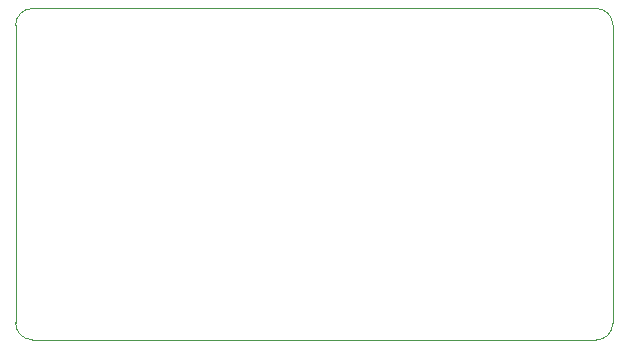
<source format=gbr>
%TF.GenerationSoftware,KiCad,Pcbnew,(6.0.7)*%
%TF.CreationDate,2023-02-08T20:34:56+01:00*%
%TF.ProjectId,udemy,7564656d-792e-46b6-9963-61645f706362,rev?*%
%TF.SameCoordinates,Original*%
%TF.FileFunction,Profile,NP*%
%FSLAX46Y46*%
G04 Gerber Fmt 4.6, Leading zero omitted, Abs format (unit mm)*
G04 Created by KiCad (PCBNEW (6.0.7)) date 2023-02-08 20:34:56*
%MOMM*%
%LPD*%
G01*
G04 APERTURE LIST*
%TA.AperFunction,Profile*%
%ADD10C,0.100000*%
%TD*%
G04 APERTURE END LIST*
D10*
X165325000Y-54760551D02*
X117619886Y-54775000D01*
X116175888Y-56199873D02*
X116175127Y-81381002D01*
X117600000Y-82825000D02*
X165300000Y-82850000D01*
X116175127Y-81381002D02*
G75*
G03*
X117600000Y-82825000I1424873J-18998D01*
G01*
X165300000Y-82849971D02*
G75*
G03*
X166743998Y-81425127I19000J1424871D01*
G01*
X166749822Y-56204548D02*
G75*
G03*
X165325000Y-54760551I-1424822J19048D01*
G01*
X117619886Y-54775014D02*
G75*
G03*
X116175888Y-56199873I-18986J-1424886D01*
G01*
X166743998Y-81425127D02*
X166749873Y-56204549D01*
M02*

</source>
